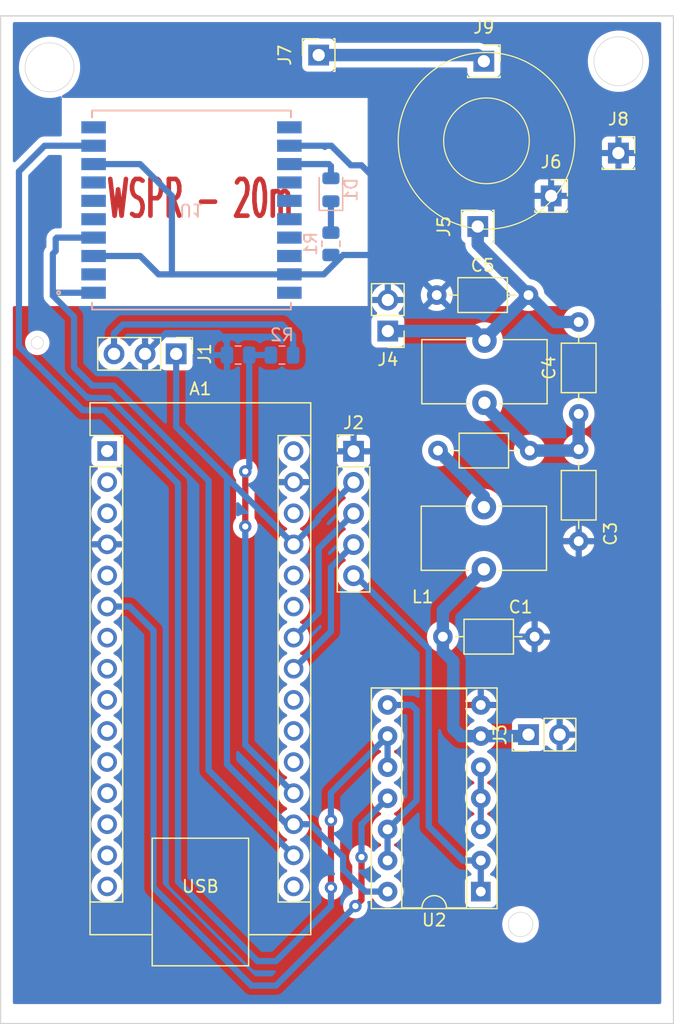
<source format=kicad_pcb>
(kicad_pcb (version 20240108) (generator "pcbnew") (generator_version "8.0")
  (layers (0 "F.Cu" signal) (31 "B.Cu" signal) (34 "B.Paste" user) (35 "F.Paste" user) (36 "B.SilkS" user "B.Silkscreen") (37 "F.SilkS" user "F.Silkscreen") (38 "B.Mask" user) (39 "F.Mask" user) (44 "Edge.Cuts" user))
  (net 0 "")
  (net 2 "GND")
  (net 5 "VCC")
  (net 11 "v3.3")
  (net 13 "SDA")
  (net 14 "GPS_tx")
  (net 20 "SCL")
  (net 23 "V_measure")
  (net 29 "Net-(D1-A)")
  (net 30 "Net-(D1-K)")
  (net 32 "Net-(U1-TX0)")
  (net 44 "Net-(J4-Pin_1)")
  (net 45 "CLK0")
  (net 46 "V_bat")
  (net 47 "Net-(U2-Pad3)")
  (net 48 "Net-(U2-Pad12)")
  (net 49 "Net-(J3-Pin_1)")
  (net 50 "Net-(C2-Pad1)")
  (net 51 "Net-(C2-Pad2)")
  (net 52 "Net-(J7-Pin_1)")
  (footprint "Connector_PinSocket_2.54mm:PinSocket_1x01_P2.54mm_Vertical" (layer "F.Cu") (at 82 46.5 90)
    (property "Reference" "J7" (at 0 -2.77 90) (layer "F.SilkS"))
    (property "Value" "ANT_OUT")
    (fp_line (start 1.33 -1.33) (end 1.33 0) (stroke (width 0.12)) (layer "F.SilkS"))
    (fp_line (start 0 -1.33) (end 1.33 -1.33) (stroke (width 0.12)) (layer "F.SilkS"))
    (fp_line (start 1.33 1.21) (end 1.33 1.33) (stroke (width 0.12)) (layer "F.SilkS"))
    (fp_line (start -1.33 1.21) (end -1.33 1.33) (stroke (width 0.12)) (layer "F.SilkS"))
    (fp_line (start -1.33 1.33) (end 1.33 1.33) (stroke (width 0.12)) (layer "F.SilkS"))
    (pad "1" thru_hole rect (at 0 0 90) (size 1.7 1.7) (drill 1) (layers "*.Cu" "*.Mask") (net 52 "Net-(J7-Pin_1)"))
  )
  (footprint "Inductor_THT:L_Toroid_Vertical_L10.0mm_W5.0mm_P5.08mm" (layer "F.Cu") (at 95.55 74.9 180)
    (property "Reference" "L2" (hide yes))
    (property "Value" "7T/T37-2")
    (fp_line (start 5.12 -0.08) (end 5.12 5.16) (stroke (width 0.12)) (layer "F.SilkS"))
    (fp_line (start 1.255 5.16) (end 5.12 5.16) (stroke (width 0.12)) (layer "F.SilkS"))
    (fp_line (start 1.255 -0.08) (end 5.12 -0.08) (stroke (width 0.12)) (layer "F.SilkS"))
    (fp_line (start -5.12 5.16) (end -1.255 5.16) (stroke (width 0.12)) (layer "F.SilkS"))
    (fp_line (start -5.12 -0.08) (end -1.255 -0.08) (stroke (width 0.12)) (layer "F.SilkS"))
    (fp_line (start -5.12 -0.08) (end -5.12 5.16) (stroke (width 0.12)) (layer "F.SilkS"))
    (pad "1" thru_hole circle (at 0 0 180) (size 2 2) (drill 1) (layers "*.Cu" "*.Mask") (net 51 "Net-(C2-Pad2)"))
    (pad "2" thru_hole circle (at 0 5.08 180) (size 2 2) (drill 1) (layers "*.Cu" "*.Mask") (net 44 "Net-(J4-Pin_1)"))
  )
  (footprint "Connector_PinSocket_2.54mm:PinSocket_1x01_P2.54mm_Vertical" (layer "F.Cu") (at 95 60.5 90)
    (property "Reference" "J5" (at 0 -2.77 90) (layer "F.SilkS"))
    (property "Value" "EFHW_PRI")
    (fp_line (start 1.33 -1.33) (end 1.33 0) (stroke (width 0.12)) (layer "F.SilkS"))
    (fp_line (start 0 -1.33) (end 1.33 -1.33) (stroke (width 0.12)) (layer "F.SilkS"))
    (fp_line (start 1.33 1.21) (end 1.33 1.33) (stroke (width 0.12)) (layer "F.SilkS"))
    (fp_line (start -1.33 1.21) (end -1.33 1.33) (stroke (width 0.12)) (layer "F.SilkS"))
    (fp_line (start -1.33 1.33) (end 1.33 1.33) (stroke (width 0.12)) (layer "F.SilkS"))
    (pad "1" thru_hole rect (at 0 0 90) (size 1.7 1.7) (drill 1) (layers "*.Cu" "*.Mask") (net 44 "Net-(J4-Pin_1)"))
  )
  (footprint "Capacitor_THT:C_Axial_L3.8mm_D2.6mm_P7.50mm_Horizontal" (layer "F.Cu") (at 103.25 75.8 90)
    (property "Reference" "C4" (at 3.75 -2.42 90) (layer "F.SilkS"))
    (property "Value" "150p")
    (fp_line (start 5.77 -1.42) (end 1.73 -1.42) (stroke (width 0.12)) (layer "F.SilkS"))
    (fp_line (start 1.73 -1.42) (end 1.73 1.42) (stroke (width 0.12)) (layer "F.SilkS"))
    (fp_line (start 6.46 0) (end 5.77 0) (stroke (width 0.12)) (layer "F.SilkS"))
    (fp_line (start 1.04 0) (end 1.73 0) (stroke (width 0.12)) (layer "F.SilkS"))
    (fp_line (start 5.77 1.42) (end 5.77 -1.42) (stroke (width 0.12)) (layer "F.SilkS"))
    (fp_line (start 1.73 1.42) (end 5.77 1.42) (stroke (width 0.12)) (layer "F.SilkS"))
    (pad "1" thru_hole circle (at 0 0 90) (size 1.6 1.6) (drill 0.8) (layers "*.Cu" "*.Mask") (net 51 "Net-(C2-Pad2)"))
    (pad "2" thru_hole oval (at 7.5 0 90) (size 1.6 1.6) (drill 0.8) (layers "*.Cu" "*.Mask") (net 44 "Net-(J4-Pin_1)"))
  )
  (footprint "Connector_PinHeader_2.54mm:PinHeader_1x02_P2.54mm_Vertical" (layer "F.Cu") (at 87.65 69.04 180)
    (property "Reference" "J4" (at 0 -2.33 0) (layer "F.SilkS"))
    (property "Value" "LPF_output")
    (fp_line (start 1.33 1.27) (end 1.33 3.87) (stroke (width 0.12)) (layer "F.SilkS"))
    (fp_line (start -1.33 3.87) (end 1.33 3.87) (stroke (width 0.12)) (layer "F.SilkS"))
    (fp_line (start -1.33 1.27) (end 1.33 1.27) (stroke (width 0.12)) (layer "F.SilkS"))
    (fp_line (start -1.33 1.27) (end -1.33 3.87) (stroke (width 0.12)) (layer "F.SilkS"))
    (fp_line (start -1.33 0) (end -1.33 -1.33) (stroke (width 0.12)) (layer "F.SilkS"))
    (fp_line (start -1.33 -1.33) (end 0 -1.33) (stroke (width 0.12)) (layer "F.SilkS"))
    (pad "1" thru_hole rect (at 0 0 180) (size 1.7 1.7) (drill 1) (layers "*.Cu" "*.Mask") (net 44 "Net-(J4-Pin_1)"))
    (pad "2" thru_hole oval (at 0 2.54 180) (size 1.7 1.7) (drill 1) (layers "*.Cu" "*.Mask") (net 2 "GND"))
  )
  (footprint "Connector_PinSocket_2.54mm:PinSocket_1x01_P2.54mm_Vertical" (layer "F.Cu") (at 106.5 54.5)
    (property "Reference" "J8" (at 0 -2.77 0) (layer "F.SilkS"))
    (property "Value" "ANT_GND")
    (fp_line (start -1.33 1.21) (end -1.33 1.33) (stroke (width 0.12)) (layer "F.SilkS"))
    (fp_line (start -1.33 1.33) (end 1.33 1.33) (stroke (width 0.12)) (layer "F.SilkS"))
    (fp_line (start 0 -1.33) (end 1.33 -1.33) (stroke (width 0.12)) (layer "F.SilkS"))
    (fp_line (start 1.33 -1.33) (end 1.33 0) (stroke (width 0.12)) (layer "F.SilkS"))
    (fp_line (start 1.33 1.21) (end 1.33 1.33) (stroke (width 0.12)) (layer "F.SilkS"))
    (pad "1" thru_hole rect (at 0 0) (size 1.7 1.7) (drill 1) (layers "*.Cu" "*.Mask") (net 2 "GND"))
  )
  (footprint "Connector_PinHeader_2.54mm:PinHeader_1x05_P2.54mm_Vertical" (layer "F.Cu") (at 84.85 78.86)
    (property "Reference" "J2" (at 0 -2.33 0) (layer "F.SilkS"))
    (property "Value" "Si5351")
    (fp_line (start -1.33 -1.33) (end 0 -1.33) (stroke (width 0.12)) (layer "F.SilkS"))
    (fp_line (start -1.33 0) (end -1.33 -1.33) (stroke (width 0.12)) (layer "F.SilkS"))
    (fp_line (start -1.33 1.27) (end -1.33 11.49) (stroke (width 0.12)) (layer "F.SilkS"))
    (fp_line (start -1.33 1.27) (end 1.33 1.27) (stroke (width 0.12)) (layer "F.SilkS"))
    (fp_line (start -1.33 11.49) (end 1.33 11.49) (stroke (width 0.12)) (layer "F.SilkS"))
    (fp_line (start 1.33 1.27) (end 1.33 11.49) (stroke (width 0.12)) (layer "F.SilkS"))
    (pad "1" thru_hole rect (at 0 0) (size 1.7 1.7) (drill 1) (layers "*.Cu" "*.Mask") (net 2 "GND"))
    (pad "2" thru_hole oval (at 0 2.54) (size 1.7 1.7) (drill 1) (layers "*.Cu" "*.Mask") (net 5 "VCC"))
    (pad "3" thru_hole oval (at 0 5.08) (size 1.7 1.7) (drill 1) (layers "*.Cu" "*.Mask") (net 20 "SCL"))
    (pad "4" thru_hole oval (at 0 7.62) (size 1.7 1.7) (drill 1) (layers "*.Cu" "*.Mask") (net 13 "SDA"))
    (pad "5" thru_hole oval (at 0 10.16) (size 1.7 1.7) (drill 1) (layers "*.Cu" "*.Mask") (net 45 "CLK0"))
  )
  (footprint "Capacitor_THT:C_Axial_L3.8mm_D2.6mm_P7.50mm_Horizontal" (layer "F.Cu") (at 103.25 78.7 -90)
    (property "Reference" "C3" (at 6.9 -2.6 90) (layer "F.SilkS"))
    (property "Value" "470p")
    (fp_line (start 1.73 1.42) (end 5.77 1.42) (stroke (width 0.12)) (layer "F.SilkS"))
    (fp_line (start 5.77 1.42) (end 5.77 -1.42) (stroke (width 0.12)) (layer "F.SilkS"))
    (fp_line (start 1.04 0) (end 1.73 0) (stroke (width 0.12)) (layer "F.SilkS"))
    (fp_line (start 6.46 0) (end 5.77 0) (stroke (width 0.12)) (layer "F.SilkS"))
    (fp_line (start 1.73 -1.42) (end 1.73 1.42) (stroke (width 0.12)) (layer "F.SilkS"))
    (fp_line (start 5.77 -1.42) (end 1.73 -1.42) (stroke (width 0.12)) (layer "F.SilkS"))
    (pad "1" thru_hole circle (at 0 0 270) (size 1.6 1.6) (drill 0.8) (layers "*.Cu" "*.Mask") (net 51 "Net-(C2-Pad2)"))
    (pad "2" thru_hole oval (at 7.5 0 270) (size 1.6 1.6) (drill 0.8) (layers "*.Cu" "*.Mask") (net 2 "GND"))
  )
  (footprint "Capacitor_THT:C_Axial_L3.8mm_D2.6mm_P7.50mm_Horizontal" (layer "F.Cu") (at 91.75 78.8)
    (property "Reference" "C2" (hide yes))
    (property "Value" "470p")
    (fp_line (start 1.04 0) (end 1.73 0) (stroke (width 0.12)) (layer "F.SilkS"))
    (fp_line (start 1.73 -1.42) (end 1.73 1.42) (stroke (width 0.12)) (layer "F.SilkS"))
    (fp_line (start 1.73 1.42) (end 5.77 1.42) (stroke (width 0.12)) (layer "F.SilkS"))
    (fp_line (start 5.77 -1.42) (end 1.73 -1.42) (stroke (width 0.12)) (layer "F.SilkS"))
    (fp_line (start 5.77 1.42) (end 5.77 -1.42) (stroke (width 0.12)) (layer "F.SilkS"))
    (fp_line (start 6.46 0) (end 5.77 0) (stroke (width 0.12)) (layer "F.SilkS"))
    (pad "1" thru_hole circle (at 0 0) (size 1.6 1.6) (drill 0.8) (layers "*.Cu" "*.Mask") (net 50 "Net-(C2-Pad1)"))
    (pad "2" thru_hole oval (at 7.5 0) (size 1.6 1.6) (drill 0.8) (layers "*.Cu" "*.Mask") (net 51 "Net-(C2-Pad2)"))
  )
  (footprint "Connector_PinSocket_2.54mm:PinSocket_1x01_P2.54mm_Vertical" (layer "F.Cu") (at 95.5 47)
    (property "Reference" "J9" (at 0 -2.77 0) (layer "F.SilkS"))
    (property "Value" "EFHW_SEC")
    (fp_line (start -1.33 1.21) (end -1.33 1.33) (stroke (width 0.12)) (layer "F.SilkS"))
    (fp_line (start -1.33 1.33) (end 1.33 1.33) (stroke (width 0.12)) (layer "F.SilkS"))
    (fp_line (start 0 -1.33) (end 1.33 -1.33) (stroke (width 0.12)) (layer "F.SilkS"))
    (fp_line (start 1.33 -1.33) (end 1.33 0) (stroke (width 0.12)) (layer "F.SilkS"))
    (fp_line (start 1.33 1.21) (end 1.33 1.33) (stroke (width 0.12)) (layer "F.SilkS"))
    (pad "1" thru_hole rect (at 0 0) (size 1.7 1.7) (drill 1) (layers "*.Cu" "*.Mask") (net 52 "Net-(J7-Pin_1)"))
  )
  (footprint "Package_DIP:DIP-14_W7.62mm_Socket" (layer "F.Cu") (at 95.25 114.82 180)
    (property "Reference" "U2" (at 3.81 -2.33 0) (layer "F.SilkS"))
    (property "Value" "7400")
    (fp_line (start 8.95 16.63) (end 8.95 -1.39) (stroke (width 0.12)) (layer "F.SilkS"))
    (fp_line (start 8.95 -1.39) (end -1.33 -1.39) (stroke (width 0.12)) (layer "F.SilkS"))
    (fp_line (start 6.46 16.57) (end 6.46 -1.33) (stroke (width 0.12)) (layer "F.SilkS"))
    (fp_line (start 6.46 -1.33) (end 4.81 -1.33) (stroke (width 0.12)) (layer "F.SilkS"))
    (fp_line (start 2.81 -1.33) (end 1.16 -1.33) (stroke (width 0.12)) (layer "F.SilkS"))
    (fp_line (start 1.16 16.57) (end 6.46 16.57) (stroke (width 0.12)) (layer "F.SilkS"))
    (fp_line (start 1.16 -1.33) (end 1.16 16.57) (stroke (width 0.12)) (layer "F.SilkS"))
    (fp_line (start -1.33 16.63) (end 8.95 16.63) (stroke (width 0.12)) (layer "F.SilkS"))
    (fp_line (start -1.33 -1.39) (end -1.33 16.63) (stroke (width 0.12)) (layer "F.SilkS"))
    (fp_arc (start 4.81 -1.33) (mid 3.81 -0.33) (end 2.81 -1.33) (stroke (width 0.12)) (layer "F.SilkS"))
    (pad "1" thru_hole rect (at 0 0 180) (size 1.6 1.6) (drill 0.8) (layers "*.Cu" "*.Mask") (net 45 "CLK0"))
    (pad "2" thru_hole oval (at 0 2.54 180) (size 1.6 1.6) (drill 0.8) (layers "*.Cu" "*.Mask") (net 45 "CLK0"))
    (pad "3" thru_hole oval (at 0 5.08 180) (size 1.6 1.6) (drill 0.8) (layers "*.Cu" "*.Mask") (net 47 "Net-(U2-Pad3)"))
    (pad "4" thru_hole oval (at 0 7.62 180) (size 1.6 1.6) (drill 0.8) (layers "*.Cu" "*.Mask") (net 47 "Net-(U2-Pad3)"))
    (pad "5" thru_hole oval (at 0 10.16 180) (size 1.6 1.6) (drill 0.8) (layers "*.Cu" "*.Mask") (net 47 "Net-(U2-Pad3)"))
    (pad "6" thru_hole oval (at 0 12.7 180) (size 1.6 1.6) (drill 0.8) (layers "*.Cu" "*.Mask") (net 49 "Net-(J3-Pin_1)"))
    (pad "7" thru_hole oval (at 0 15.24 180) (size 1.6 1.6) (drill 0.8) (layers "*.Cu" "*.Mask") (net 2 "GND"))
    (pad "8" thru_hole oval (at 7.62 15.24 180) (size 1.6 1.6) (drill 0.8) (layers "*.Cu" "*.Mask") (net 48 "Net-(U2-Pad12)"))
    (pad "9" thru_hole oval (at 7.62 12.7 180) (size 1.6 1.6) (drill 0.8) (layers "*.Cu" "*.Mask") (net 32 "Net-(U1-TX0)"))
    (pad "10" thru_hole oval (at 7.62 10.16 180) (size 1.6 1.6) (drill 0.8) (layers "*.Cu" "*.Mask") (net 32 "Net-(U1-TX0)"))
    (pad "11" thru_hole oval (at 7.62 7.62 180) (size 1.6 1.6) (drill 0.8) (layers "*.Cu" "*.Mask") (net 14 "GPS_tx"))
    (pad "12" thru_hole oval (at 7.62 5.08 180) (size 1.6 1.6) (drill 0.8) (layers "*.Cu" "*.Mask") (net 48 "Net-(U2-Pad12)"))
    (pad "13" thru_hole oval (at 7.62 2.54 180) (size 1.6 1.6) (drill 0.8) (layers "*.Cu" "*.Mask") (net 48 "Net-(U2-Pad12)"))
    (pad "14" thru_hole oval (at 7.62 0 180) (size 1.6 1.6) (drill 0.8) (layers "*.Cu" "*.Mask") (net 5 "VCC"))
  )
  (footprint "Connector_PinSocket_2.54mm:PinSocket_1x01_P2.54mm_Vertical" (layer "F.Cu") (at 101 58)
    (property "Reference" "J6" (at 0 -2.77 0) (layer "F.SilkS"))
    (property "Value" "EFHW_GND")
    (fp_line (start -1.33 1.21) (end -1.33 1.33) (stroke (width 0.12)) (layer "F.SilkS"))
    (fp_line (start -1.33 1.33) (end 1.33 1.33) (stroke (width 0.12)) (layer "F.SilkS"))
    (fp_line (start 0 -1.33) (end 1.33 -1.33) (stroke (width 0.12)) (layer "F.SilkS"))
    (fp_line (start 1.33 -1.33) (end 1.33 0) (stroke (width 0.12)) (layer "F.SilkS"))
    (fp_line (start 1.33 1.21) (end 1.33 1.33) (stroke (width 0.12)) (layer "F.SilkS"))
    (pad "1" thru_hole rect (at 0 0) (size 1.7 1.7) (drill 1) (layers "*.Cu" "*.Mask") (net 2 "GND"))
  )
  (footprint "Connector_PinHeader_2.54mm:PinHeader_1x02_P2.54mm_Vertical" (layer "F.Cu") (at 99.15 102 90)
    (property "Reference" "J3" (at 0 -2.33 90) (layer "F.SilkS"))
    (property "Value" "LPF_input")
    (fp_line (start -1.33 -1.33) (end 0 -1.33) (stroke (width 0.12)) (layer "F.SilkS"))
    (fp_line (start -1.33 0) (end -1.33 -1.33) (stroke (width 0.12)) (layer "F.SilkS"))
    (fp_line (start 1.33 1.27) (end 1.33 3.87) (stroke (width 0.12)) (layer "F.SilkS"))
    (fp_line (start -1.33 1.27) (end 1.33 1.27) (stroke (width 0.12)) (layer "F.SilkS"))
    (fp_line (start -1.33 1.27) (end -1.33 3.87) (stroke (width 0.12)) (layer "F.SilkS"))
    (fp_line (start -1.33 3.87) (end 1.33 3.87) (stroke (width 0.12)) (layer "F.SilkS"))
    (pad "1" thru_hole rect (at 0 0 90) (size 1.7 1.7) (drill 1) (layers "*.Cu" "*.Mask") (net 49 "Net-(J3-Pin_1)"))
    (pad "2" thru_hole oval (at 0 2.54 90) (size 1.7 1.7) (drill 1) (layers "*.Cu" "*.Mask") (net 2 "GND"))
  )
  (footprint "Capacitor_THT:C_Axial_L3.8mm_D2.6mm_P7.50mm_Horizontal" (layer "F.Cu") (at 91.65 66.1)
    (property "Reference" "C5" (at 3.75 -2.42 0) (layer "F.SilkS"))
    (property "Value" "470p")
    (fp_line (start 1.04 0) (end 1.73 0) (stroke (width 0.12)) (layer "F.SilkS"))
    (fp_line (start 1.73 -1.42) (end 1.73 1.42) (stroke (width 0.12)) (layer "F.SilkS"))
    (fp_line (start 1.73 1.42) (end 5.77 1.42) (stroke (width 0.12)) (layer "F.SilkS"))
    (fp_line (start 5.77 -1.42) (end 1.73 -1.42) (stroke (width 0.12)) (layer "F.SilkS"))
    (fp_line (start 5.77 1.42) (end 5.77 -1.42) (stroke (width 0.12)) (layer "F.SilkS"))
    (fp_line (start 6.46 0) (end 5.77 0) (stroke (width 0.12)) (layer "F.SilkS"))
    (pad "1" thru_hole circle (at 0 0) (size 1.6 1.6) (drill 0.8) (layers "*.Cu" "*.Mask") (net 2 "GND"))
    (pad "2" thru_hole oval (at 7.5 0) (size 1.6 1.6) (drill 0.8) (layers "*.Cu" "*.Mask") (net 44 "Net-(J4-Pin_1)"))
  )
  (footprint "Capacitor_THT:C_Axial_L3.8mm_D2.6mm_P7.50mm_Horizontal" (layer "F.Cu") (at 92.15 94)
    (property "Reference" "C1" (at 6.35 -2.42 0) (layer "F.SilkS"))
    (property "Value" "68p")
    (fp_line (start 1.04 0) (end 1.73 0) (stroke (width 0.12)) (layer "F.SilkS"))
    (fp_line (start 1.73 -1.42) (end 1.73 1.42) (stroke (width 0.12)) (layer "F.SilkS"))
    (fp_line (start 1.73 1.42) (end 5.77 1.42) (stroke (width 0.12)) (layer "F.SilkS"))
    (fp_line (start 5.77 -1.42) (end 1.73 -1.42) (stroke (width 0.12)) (layer "F.SilkS"))
    (fp_line (start 5.77 1.42) (end 5.77 -1.42) (stroke (width 0.12)) (layer "F.SilkS"))
    (fp_line (start 6.46 0) (end 5.77 0) (stroke (width 0.12)) (layer "F.SilkS"))
    (pad "1" thru_hole circle (at 0 0) (size 1.6 1.6) (drill 0.8) (layers "*.Cu" "*.Mask") (net 49 "Net-(J3-Pin_1)"))
    (pad "2" thru_hole oval (at 7.5 0) (size 1.6 1.6) (drill 0.8) (layers "*.Cu" "*.Mask") (net 2 "GND"))
  )
  (footprint "Connector_PinHeader_2.54mm:PinHeader_1x03_P2.54mm_Vertical" (layer "F.Cu") (at 70.35 70.9 -90)
    (property "Reference" "J1" (at 0 -2.33 90) (layer "F.SilkS"))
    (property "Value" "DC in")
    (fp_line (start -1.33 6.41) (end 1.33 6.41) (stroke (width 0.12)) (layer "F.SilkS"))
    (fp_line (start -1.33 1.27) (end -1.33 6.41) (stroke (width 0.12)) (layer "F.SilkS"))
    (fp_line (start -1.33 1.27) (end 1.33 1.27) (stroke (width 0.12)) (layer "F.SilkS"))
    (fp_line (start 1.33 1.27) (end 1.33 6.41) (stroke (width 0.12)) (layer "F.SilkS"))
    (fp_line (start -1.33 0) (end -1.33 -1.33) (stroke (width 0.12)) (layer "F.SilkS"))
    (fp_line (start -1.33 -1.33) (end 0 -1.33) (stroke (width 0.12)) (layer "F.SilkS"))
    (pad "1" thru_hole rect (at 0 0 270) (size 1.7 1.7) (drill 1) (layers "*.Cu" "*.Mask") (net 5 "VCC"))
    (pad "2" thru_hole oval (at 0 2.54 270) (size 1.7 1.7) (drill 1) (layers "*.Cu" "*.Mask") (net 2 "GND"))
    (pad "3" thru_hole oval (at 0 5.08 270) (size 1.7 1.7) (drill 1) (layers "*.Cu" "*.Mask") (net 46 "V_bat"))
  )
  (footprint "Inductor_THT:L_Toroid_Vertical_L10.0mm_W5.0mm_P5.08mm" (layer "F.Cu") (at 95.5 88.5 180)
    (property "Reference" "L1" (at 5 -2.25 0) (layer "F.SilkS"))
    (property "Value" "10T/T37-2")
    (fp_line (start 5.12 -0.08) (end 5.12 5.16) (stroke (width 0.12)) (layer "F.SilkS"))
    (fp_line (start 1.255 5.16) (end 5.12 5.16) (stroke (width 0.12)) (layer "F.SilkS"))
    (fp_line (start 1.255 -0.08) (end 5.12 -0.08) (stroke (width 0.12)) (layer "F.SilkS"))
    (fp_line (start -5.12 5.16) (end -1.255 5.16) (stroke (width 0.12)) (layer "F.SilkS"))
    (fp_line (start -5.12 -0.08) (end -1.255 -0.08) (stroke (width 0.12)) (layer "F.SilkS"))
    (fp_line (start -5.12 -0.08) (end -5.12 5.16) (stroke (width 0.12)) (layer "F.SilkS"))
    (pad "1" thru_hole circle (at 0 0 180) (size 2 2) (drill 1) (layers "*.Cu" "*.Mask") (net 49 "Net-(J3-Pin_1)"))
    (pad "2" thru_hole circle (at 0 5.08 180) (size 2 2) (drill 1) (layers "*.Cu" "*.Mask") (net 50 "Net-(C2-Pad1)"))
  )
  (footprint "Module:Arduino_Nano" (layer "F.Cu") (at 64.71 78.84)
    (property "Reference" "A1" (at 7.62 -5.08 0) (layer "F.SilkS"))
    (property "Value" "Arduino_Nano_v3.x")
    (fp_line (start -1.4 -3.94) (end -1.4 -1.27) (stroke (width 0.12)) (layer "F.SilkS"))
    (fp_line (start -1.4 1.27) (end -1.4 39.5) (stroke (width 0.12)) (layer "F.SilkS"))
    (fp_line (start -1.4 39.5) (end 3.68 39.5) (stroke (width 0.12)) (layer "F.SilkS"))
    (fp_line (start 1.27 -1.27) (end -1.4 -1.27) (stroke (width 0.12)) (layer "F.SilkS"))
    (fp_line (start 1.27 1.27) (end -1.4 1.27) (stroke (width 0.12)) (layer "F.SilkS"))
    (fp_line (start 1.27 1.27) (end 1.27 -1.27) (stroke (width 0.12)) (layer "F.SilkS"))
    (fp_line (start 1.27 1.27) (end 1.27 36.83) (stroke (width 0.12)) (layer "F.SilkS"))
    (fp_line (start 1.27 36.83) (end -1.4 36.83) (stroke (width 0.12)) (layer "F.SilkS"))
    (fp_line (start 3.68 31.62) (end 11.56 31.62) (stroke (width 0.12)) (layer "F.SilkS"))
    (fp_line (start 3.68 42.04) (end 3.68 31.62) (stroke (width 0.12)) (layer "F.SilkS"))
    (fp_line (start 11.56 31.62) (end 11.56 42.04) (stroke (width 0.12)) (layer "F.SilkS"))
    (fp_line (start 11.56 42.04) (end 3.68 42.04) (stroke (width 0.12)) (layer "F.SilkS"))
    (fp_line (start 13.97 -1.27) (end 13.97 36.83) (stroke (width 0.12)) (layer "F.SilkS"))
    (fp_line (start 13.97 -1.27) (end 16.64 -1.27) (stroke (width 0.12)) (layer "F.SilkS"))
    (fp_line (start 13.97 36.83) (end 16.64 36.83) (stroke (width 0.12)) (layer "F.SilkS"))
    (fp_line (start 16.64 -3.94) (end -1.4 -3.94) (stroke (width 0.12)) (layer "F.SilkS"))
    (fp_line (start 16.64 39.5) (end 11.56 39.5) (stroke (width 0.12)) (layer "F.SilkS"))
    (fp_line (start 16.64 39.5) (end 16.64 -3.94) (stroke (width 0.12)) (layer "F.SilkS"))
    (fp_text user "USB" (at 7.62 35.56 0) (layer "F.SilkS"))
    (pad "1" thru_hole rect (at 0 0) (size 1.6 1.6) (drill 1) (layers "*.Cu" "*.Mask"))
    (pad "2" thru_hole oval (at 0 2.54) (size 1.6 1.6) (drill 1) (layers "*.Cu" "*.Mask"))
    (pad "3" thru_hole oval (at 0 5.08) (size 1.6 1.6) (drill 1) (layers "*.Cu" "*.Mask"))
    (pad "4" thru_hole oval (at 0 7.62) (size 1.6 1.6) (drill 1) (layers "*.Cu" "*.Mask") (net 2 "GND"))
    (pad "5" thru_hole oval (at 0 10.16) (size 1.6 1.6) (drill 1) (layers "*.Cu" "*.Mask"))
    (pad "6" thru_hole oval (at 0 12.7) (size 1.6 1.6) (drill 1) (layers "*.Cu" "*.Mask") (net 14 "GPS_tx"))
    (pad "7" thru_hole oval (at 0 15.24) (size 1.6 1.6) (drill 1) (layers "*.Cu" "*.Mask"))
    (pad "8" thru_hole oval (at 0 17.78) (size 1.6 1.6) (drill 1) (layers "*.Cu" "*.Mask"))
    (pad "9" thru_hole oval (at 0 20.32) (size 1.6 1.6) (drill 1) (layers "*.Cu" "*.Mask"))
    (pad "10" thru_hole oval (at 0 22.86) (size 1.6 1.6) (drill 1) (layers "*.Cu" "*.Mask"))
    (pad "11" thru_hole oval (at 0 25.4) (size 1.6 1.6) (drill 1) (layers "*.Cu" "*.Mask"))
    (pad "12" thru_hole oval (at 0 27.94) (size 1.6 1.6) (drill 1) (layers "*.Cu" "*.Mask"))
    (pad "13" thru_hole oval (at 0 30.48) (size 1.6 1.6) (drill 1) (layers "*.Cu" "*.Mask"))
    (pad "14" thru_hole oval (at 0 33.02) (size 1.6 1.6) (drill 1) (layers "*.Cu" "*.Mask"))
    (pad "15" thru_hole oval (at 0 35.56) (size 1.6 1.6) (drill 1) (layers "*.Cu" "*.Mask"))
    (pad "16" thru_hole oval (at 15.24 35.56) (size 1.6 1.6) (drill 1) (layers "*.Cu" "*.Mask"))
    (pad "17" thru_hole oval (at 15.24 33.02) (size 1.6 1.6) (drill 1) (layers "*.Cu" "*.Mask") (net 11 "v3.3"))
    (pad "18" thru_hole oval (at 15.24 30.48) (size 1.6 1.6) (drill 1) (layers "*.Cu" "*.Mask") (net 5 "VCC"))
    (pad "19" thru_hole oval (at 15.24 27.94) (size 1.6 1.6) (drill 1) (layers "*.Cu" "*.Mask") (net 23 "V_measure"))
    (pad "20" thru_hole oval (at 15.24 25.4) (size 1.6 1.6) (drill 1) (layers "*.Cu" "*.Mask"))
    (pad "21" thru_hole oval (at 15.24 22.86) (size 1.6 1.6) (drill 1) (layers "*.Cu" "*.Mask"))
    (pad "22" thru_hole oval (at 15.24 20.32) (size 1.6 1.6) (drill 1) (layers "*.Cu" "*.Mask"))
    (pad "23" thru_hole oval (at 15.24 17.78) (size 1.6 1.6) (drill 1) (layers "*.Cu" "*.Mask") (net 13 "SDA"))
    (pad "24" thru_hole oval (at 15.24 15.24) (size 1.6 1.6) (drill 1) (layers "*.Cu" "*.Mask") (net 20 "SCL"))
    (pad "25" thru_hole oval (at 15.24 12.7) (size 1.6 1.6) (drill 1) (layers "*.Cu" "*.Mask"))
    (pad "26" thru_hole oval (at 15.24 10.16) (size 1.6 1.6) (drill 1) (layers "*.Cu" "*.Mask"))
    (pad "27" thru_hole oval (at 15.24 7.62) (size 1.6 1.6) (drill 1) (layers "*.Cu" "*.Mask") (net 5 "VCC"))
    (pad "28" thru_hole oval (at 15.24 5.08) (size 1.6 1.6) (drill 1) (layers "*.Cu" "*.Mask"))
    (pad "29" thru_hole oval (at 15.24 2.54) (size 1.6 1.6) (drill 1) (layers "*.Cu" "*.Mask") (net 2 "GND"))
    (pad "30" thru_hole oval (at 15.24 0) (size 1.6 1.6) (drill 1) (layers "*.Cu" "*.Mask"))
  )
  (footprint "gps-wspr:CD-PA1616D_ADA" (layer "B.Cu") (at 71.601 59.15513)
    (property "Reference" "U1" (at 0 0 180) (layer "B.SilkS") (effects (justify mirror)))
    (property "Value" "5186")
    (fp_line (start -8.128 -8.128) (end -8.128 -7.58317) (stroke (width 0.1524)) (layer "B.SilkS"))
    (fp_line (start -8.128 7.58317) (end -8.128 8.128) (stroke (width 0.1524)) (layer "B.SilkS"))
    (fp_line (start -8.128 8.128) (end 8.128 8.128) (stroke (width 0.1524)) (layer "B.SilkS"))
    (fp_line (start 8.128 -8.128) (end -8.128 -8.128) (stroke (width 0.1524)) (layer "B.SilkS"))
    (fp_line (start 8.128 -7.58317) (end 8.128 -8.128) (stroke (width 0.1524)) (layer "B.SilkS"))
    (fp_line (start 8.128 8.128) (end 8.128 7.58317) (stroke (width 0.1524)) (layer "B.SilkS"))
    (fp_circle (center -10.85977 6.75513) (end -10.73277 6.75513) (stroke (width 0.1524)) (fill none) (layer "B.SilkS"))
    (pad "1" smd rect (at -8.001 6.75513) (size 2.0066 0.9906) (layers "B.Cu" "B.Paste" "B.Mask") (net 11 "v3.3"))
    (pad "2" smd rect (at -8.001 5.25399) (size 2.0066 0.9906) (layers "B.Cu" "B.Paste" "B.Mask"))
    (pad "3" smd rect (at -8.001 3.75285) (size 2.0066 0.9906) (layers "B.Cu" "B.Paste" "B.Mask") (net 2 "GND"))
    (pad "4" smd rect (at -8.001 2.25171) (size 2.0066 0.9906) (layers "B.Cu" "B.Paste" "B.Mask") (net 11 "v3.3"))
    (pad "5" smd rect (at -8.001 0.75057) (size 2.0066 0.9906) (layers "B.Cu" "B.Paste" "B.Mask"))
    (pad "6" smd rect (at -8.001 -0.75057) (size 2.0066 0.9906) (layers "B.Cu" "B.Paste" "B.Mask"))
    (pad "7" smd rect (at -8.001 -2.25171) (size 2.0066 0.9906) (layers "B.Cu" "B.Paste" "B.Mask"))
    (pad "8" smd rect (at -8.001 -3.75285) (size 2.0066 0.9906) (layers "B.Cu" "B.Paste" "B.Mask") (net 2 "GND"))
    (pad "9" smd rect (at -8.001 -5.25399) (size 2.0066 0.9906) (layers "B.Cu" "B.Paste" "B.Mask") (net 32 "Net-(U1-TX0)"))
    (pad "10" smd rect (at -8.001 -6.75513) (size 2.0066 0.9906) (layers "B.Cu" "B.Paste" "B.Mask"))
    (pad "11" smd rect (at 8.001 -6.75513) (size 2.0066 0.9906) (layers "B.Cu" "B.Paste" "B.Mask"))
    (pad "12" smd rect (at 8.001 -5.25399) (size 2.0066 0.9906) (layers "B.Cu" "B.Paste" "B.Mask") (net 2 "GND"))
    (pad "13" smd rect (at 8.001 -3.75285) (size 2.0066 0.9906) (layers "B.Cu" "B.Paste" "B.Mask") (net 29 "Net-(D1-A)"))
    (pad "14" smd rect (at 8.001 -2.25171) (size 2.0066 0.9906) (layers "B.Cu" "B.Paste" "B.Mask"))
    (pad "15" smd rect (at 8.001 -0.75057) (size 2.0066 0.9906) (layers "B.Cu" "B.Paste" "B.Mask"))
    (pad "16" smd rect (at 8.001 0.75057) (size 2.0066 0.9906) (layers "B.Cu" "B.Paste" "B.Mask"))
    (pad "17" smd rect (at 8.001 2.25171) (size 2.0066 0.9906) (layers "B.Cu" "B.Paste" "B.Mask"))
    (pad "18" smd rect (at 8.001 3.75285) (size 2.0066 0.9906) (layers "B.Cu" "B.Paste" "B.Mask"))
    (pad "19" smd rect (at 8.001 5.25399) (size 2.0066 0.9906) (layers "B.Cu" "B.Paste" "B.Mask") (net 2 "GND"))
    (pad "20" smd rect (at 8.001 6.75513) (size 2.0066 0.9906) (layers "B.Cu" "B.Paste" "B.Mask"))
  )
  (footprint "Resistor_SMD:R_0805_2012Metric" (layer "B.Cu") (at 83 61.9125 -90)
    (property "Reference" "R1" (at 0 1.65 90) (layer "B.SilkS") (effects (justify mirror)))
    (property "Value" "R")
    (fp_line (start 0.227064 0.735) (end -0.227064 0.735) (stroke (width 0.12)) (layer "B.SilkS"))
    (fp_line (start 0.227064 -0.735) (end -0.227064 -0.735) (stroke (width 0.12)) (layer "B.SilkS"))
    (pad "1" smd roundrect (at -0.9125 0 270) (size 1.025 1.4) (layers "B.Cu" "B.Paste" "B.Mask") (roundrect_rratio 0.243902) (net 30 "Net-(D1-K)"))
    (pad "2" smd roundrect (at 0.9125 0 270) (size 1.025 1.4) (layers "B.Cu" "B.Paste" "B.Mask") (roundrect_rratio 0.243902) (net 2 "GND"))
  )
  (footprint "LED_SMD:LED_0805_2012Metric" (layer "B.Cu") (at 83 57.5 90)
    (property "Reference" "D1" (at 0 1.65 90) (layer "B.SilkS") (effects (justify mirror)))
    (property "Value" "LED")
    (fp_line (start 1 -0.96) (end -1.685 -0.96) (stroke (width 0.12)) (layer "B.SilkS"))
    (fp_line (start -1.685 -0.96) (end -1.685 0.96) (stroke (width 0.12)) (layer "B.SilkS"))
    (fp_line (start -1.685 0.96) (end 1 0.96) (stroke (width 0.12)) (layer "B.SilkS"))
    (pad "1" smd roundrect (at -0.9375 0 90) (size 0.975 1.4) (layers "B.Cu" "B.Paste" "B.Mask") (net 30 "Net-(D1-K)"))
    (pad "2" smd roundrect (at 0.9375 0 90) (size 0.975 1.4) (layers "B.Cu" "B.Paste" "B.Mask") (net 29 "Net-(D1-A)"))
  )
  (footprint "Resistor_SMD:R_0805_2012Metric" (layer "B.Cu") (at 79 71 180)
    (property "Reference" "R2" (at 0 1.65 0) (layer "B.SilkS") (effects (justify mirror)))
    (property "Value" "100M")
    (fp_line (start 0.227064 0.735) (end -0.227064 0.735) (stroke (width 0.12)) (layer "B.SilkS"))
    (fp_line (start 0.227064 -0.735) (end -0.227064 -0.735) (stroke (width 0.12)) (layer "B.SilkS"))
    (pad "1" smd roundrect (at -0.9125 0 180) (size 1.025 1.4) (layers "B.Cu" "B.Paste" "B.Mask") (roundrect_rratio 0.243902) (net 46 "V_bat"))
    (pad "2" smd roundrect (at 0.9125 0 180) (size 1.025 1.4) (layers "B.Cu" "B.Paste" "B.Mask") (roundrect_rratio 0.243902) (net 23 "V_measure"))
  )
  (footprint "Resistor_SMD:R_0805_2012Metric" (layer "B.Cu") (at 75.4125 71 180)
    (property "Reference" "R3" (hide yes))
    (property "Value" "100M")
    (fp_line (start 0.227064 0.735) (end -0.227064 0.735) (stroke (width 0.12)) (layer "B.SilkS"))
    (fp_line (start 0.227064 -0.735) (end -0.227064 -0.735) (stroke (width 0.12)) (layer "B.SilkS"))
    (pad "1" smd roundrect (at -0.9125 0 180) (size 1.025 1.4) (layers "B.Cu" "B.Paste" "B.Mask") (roundrect_rratio 0.243902) (net 23 "V_measure"))
    (pad "2" smd roundrect (at 0.9125 0 180) (size 1.025 1.4) (layers "B.Cu" "B.Paste" "B.Mask") (roundrect_rratio 0.243902) (net 2 "GND"))
  )
  (gr_circle (center 95.713875 53.5) (end 99.213875 53.5) (stroke (width 0.1)) (fill none) (layer "F.SilkS"))
  (gr_circle (center 95.713875 53.5) (end 90.513875 58.5) (stroke (width 0.1)) (fill none) (layer "F.SilkS"))
  (gr_circle (center 98.5 117.5) (end 99.5 117.5) (stroke (width 0.05)) (fill none) (layer "Edge.Cuts"))
  (gr_circle (center 60 47.5) (end 62 47.5) (stroke (width 0.05)) (fill none) (layer "Edge.Cuts"))
  (gr_circle (center 106.5 47) (end 108.5 47) (stroke (width 0.05)) (fill none) (layer "Edge.Cuts"))
  (gr_rect (start 56 43.3) (end 111 125.6) (stroke (width 0.1)) (fill none) (layer "Edge.Cuts"))
  (gr_circle (center 59 70) (end 59.5 70) (stroke (width 0.05)) (fill none) (layer "Edge.Cuts"))
  (gr_text "WSPR - 20m" (at 64.5 60 0) (layer "F.Cu") (effects (font (size 3 1.5) (thickness 0.375) (bold yes)) (justify left bottom)))
  (segment (start 74.5 69.916) (end 74.5 71) (width 0.508) (layer "B.Cu") (net 2))
  (segment (start 84 62.825) (end 86.825 62.825) (width 0.508) (layer "B.Cu") (net 2))
  (segment (start 86.825 62.825) (end 87.65 63.65) (width 0.508) (layer "B.Cu") (net 2))
  (segment (start 67.81 70.9) (end 69.502 69.208) (width 0.508) (layer "B.Cu") (net 2))
  (segment (start 85.5 55.5) (end 87.65 57.65) (width 0.508) (layer "B.Cu") (net 2))
  (segment (start 70 58) (end 70 64.40912) (width 0.508) (layer "B.Cu") (net 2))
  (segment (start 70 64.40912) (end 79.602 64.40912) (width 0.508) (layer "B.Cu") (net 2))
  (segment (start 82.40114 53.90114) (end 82.5 54) (width 0.508) (layer "B.Cu") (net 2))
  (segment (start 73.792 69.208) (end 74.5 69.916) (width 0.508) (layer "B.Cu") (net 2))
  (segment (start 87.65 63.65) (end 87.65 66.5) (width 0.508) (layer "B.Cu") (net 2))
  (segment (start 67.40228 55.40228) (end 70 58) (width 0.508) (layer "B.Cu") (net 2))
  (segment (start 69.502 69.208) (end 73.792 69.208) (width 0.508) (layer "B.Cu") (net 2))
  (segment (start 68.90912 64.40912) (end 70 64.40912) (width 0.508) (layer "B.Cu") (net 2))
  (segment (start 79.602 64.40912) (end 82.41588 64.40912) (width 0.508) (layer "B.Cu") (net 2))
  (segment (start 82.41588 64.40912) (end 84 62.825) (width 0.508) (layer "B.Cu") (net 2))
  (segment (start 67.40798 62.90798) (end 68.90912 64.40912) (width 0.508) (layer "B.Cu") (net 2))
  (segment (start 83.032162 53.90114) (end 84.631022 55.5) (width 0.508) (layer "B.Cu") (net 2))
  (segment (start 63.6 55.40228) (end 67.40228 55.40228) (width 0.508) (layer "B.Cu") (net 2))
  (segment (start 84.631022 55.5) (end 85.5 55.5) (width 0.508) (layer "B.Cu") (net 2))
  (segment (start 63.6 62.90798) (end 67.40798 62.90798) (width 0.508) (layer "B.Cu") (net 2))
  (segment (start 82.40114 53.90114) (end 83.032162 53.90114) (width 0.508) (layer "B.Cu") (net 2))
  (segment (start 79.602 53.90114) (end 82.40114 53.90114) (width 0.508) (layer "B.Cu") (net 2))
  (segment (start 87.65 57.65) (end 87.65 63.65) (width 0.508) (layer "B.Cu") (net 2))
  (segment (start 84 113) (end 85.82 114.82) (width 0.508) (layer "B.Cu") (net 5))
  (segment (start 79.95 109.32) (end 79.385 109.32) (width 0.508) (layer "B.Cu") (net 5))
  (segment (start 74.5 81.01) (end 74.5 84) (width 0.508) (layer "B.Cu") (net 5))
  (segment (start 75.495 82.005) (end 79.95 86.46) (width 0.508) (layer "B.Cu") (net 5))
  (segment (start 70.35 70.9) (end 70.35 76.86) (width 0.508) (layer "B.Cu") (net 5))
  (segment (start 81.955 84.455) (end 79.95 86.46) (width 0.508) (layer "B.Cu") (net 5))
  (segment (start 79.95 109.32) (end 81.32 109.32) (width 0.508) (layer "B.Cu") (net 5))
  (segment (start 84 112) (end 84 113) (width 0.508) (layer "B.Cu") (net 5))
  (segment (start 81.955 84.295) (end 84.85 81.4) (width 0.508) (layer "B.Cu") (net 5))
  (segment (start 85.82 114.82) (end 87.63 114.82) (width 0.508) (layer "B.Cu") (net 5))
  (segment (start 72.995 79.505) (end 75.495 82.005) (width 0.508) (layer "B.Cu") (net 5))
  (segment (start 70.35 76.86) (end 72.995 79.505) (width 0.508) (layer "B.Cu") (net 5))
  (segment (start 81.32 109.32) (end 84 112) (width 0.508) (layer "B.Cu") (net 5))
  (segment (start 72.995 79.505) (end 74.5 81.01) (width 0.508) (layer "B.Cu") (net 5))
  (segment (start 81.955 84.455) (end 81.955 84.295) (width 0.508) (layer "B.Cu") (net 5))
  (segment (start 74.5 104.435) (end 74.5 84) (width 0.508) (layer "B.Cu") (net 5))
  (segment (start 74.5 84) (end 74.5 83) (width 0.508) (layer "B.Cu") (net 5))
  (segment (start 79.385 109.32) (end 74.5 104.435) (width 0.508) (layer "B.Cu") (net 5))
  (segment (start 73 104.91) (end 73 81.255632) (width 0.508) (layer "B.Cu") (net 11))
  (segment (start 60.5 65.91026) (end 63.6 65.91026) (width 0.508) (layer "B.Cu") (net 11))
  (segment (start 60.269049 66.141211) (end 60.5 65.91026) (width 0.508) (layer "B.Cu") (net 11))
  (segment (start 79.95 111.86) (end 73 104.91) (width 0.508) (layer "B.Cu") (net 11))
  (segment (start 60.5 61.5) (end 60.5 62.5) (width 0.508) (layer "B.Cu") (net 11))
  (segment (start 63.6 61.40684) (end 60.59316 61.40684) (width 0.508) (layer "B.Cu") (net 11))
  (segment (start 60.5 62.5) (end 60.269049 62.730951) (width 0.508) (layer "B.Cu") (net 11))
  (segment (start 62 67.872162) (end 60.269049 66.141211) (width 0.508) (layer "B.Cu") (net 11))
  (segment (start 73 81.255632) (end 65.244368 73.5) (width 0.508) (layer "B.Cu") (net 11))
  (segment (start 65.244368 73.5) (end 63.5 73.5) (width 0.508) (layer "B.Cu") (net 11))
  (segment (start 62 72) (end 62 67.872162) (width 0.508) (layer "B.Cu") (net 11))
  (segment (start 63.5 73.5) (end 62 72) (width 0.508) (layer "B.Cu") (net 11))
  (segment (start 60.269049 62.730951) (end 60.269049 66.141211) (width 0.508) (layer "B.Cu") (net 11))
  (segment (start 60.59316 61.40684) (end 60.5 61.5) (width 0.508) (layer "B.Cu") (net 11))
  (segment (start 83 93.57) (end 79.95 96.62) (width 0.508) (layer "B.Cu") (net 13))
  (segment (start 83 88.33) (end 83 93.57) (width 0.508) (layer "B.Cu") (net 13))
  (segment (start 84.85 86.48) (end 83 88.33) (width 0.508) (layer "B.Cu") (net 13))
  (segment (start 85.5 115.5) (end 85 116) (width 0.508) (layer "F.Cu") (net 14))
  (segment (start 85.5 112) (end 85.5 115.5) (width 0.508) (layer "F.Cu") (net 14))
  (via (at 85 116) (size 1.016) (drill 0.508) (layers "F.Cu" "B.Cu") (net 14))
  (via (at 85.5 112) (size 1.016) (drill 0.508) (layers "F.Cu" "B.Cu") (net 14))
  (segment (start 78.5 122.5) (end 85 116) (width 0.508) (layer "B.Cu") (net 14))
  (segment (start 76.5 122.5) (end 78.5 122.5) (width 0.508) (layer "B.Cu") (net 14))
  (segment (start 66.54 91.54) (end 68.5 93.5) (width 0.508) (layer "B.Cu") (net 14))
  (segment (start 68.5 93.5) (end 68.5 114.5) (width 0.508) (layer "B.Cu") (net 14))
  (segment (start 85.5 109.33) (end 87.63 107.2) (width 0.508) (layer "B.Cu") (net 14))
  (segment (start 64.71 91.54) (end 66.54 91.54) (width 0.508) (layer "B.Cu") (net 14))
  (segment (start 85.5 112) (end 85.5 109.33) (width 0.508) (layer "B.Cu") (net 14))
  (segment (start 68.5 114.5) (end 76.5 122.5) (width 0.508) (layer "B.Cu") (net 14))
  (segment (start 79.95 94.08) (end 82 92.03) (width 0.508) (layer "B.Cu") (net 20))
  (segment (start 82 86.79) (end 84.85 83.94) (width 0.508) (layer "B.Cu") (net 20))
  (segment (start 82 92.03) (end 82 86.79) (width 0.508) (layer "B.Cu") (net 20))
  (segment (start 76 85) (end 76 80.5) (width 0.508) (layer "F.Cu") (net 23))
  (via (at 76 80.5) (size 1.016) (drill 0.508) (layers "F.Cu" "B.Cu") (net 23))
  (via (at 76 85) (size 1.016) (drill 0.508) (layers "F.Cu" "B.Cu") (net 23))
  (segment (start 76.325 71) (end 78.0875 71) (width 0.508) (layer "B.Cu") (net 23))
  (segment (start 76.325 71) (end 76.325 80.175) (width 0.508) (layer "B.Cu") (net 23))
  (segment (start 76 102.83) (end 76 85) (width 0.508) (layer "B.Cu") (net 23))
  (segment (start 76.325 80.175) (end 76 80.5) (width 0.508) (layer "B.Cu") (net 23))
  (segment (start 79.95 106.78) (end 76 102.83) (width 0.508) (layer "B.Cu") (net 23))
  (segment (start 82.5 55.40228) (end 82.59772 55.40228) (width 0.508) (layer "B.Cu") (net 29))
  (segment (start 82.83978 55.40228) (end 83 55.5625) (width 0.508) (layer "B.Cu") (net 29))
  (segment (start 82.83978 55.40228) (end 82.5 55.40228) (width 0.508) (layer "B.Cu") (net 29))
  (segment (start 83 55.5625) (end 83 56.5625) (width 0.508) (layer "B.Cu") (net 29))
  (segment (start 79.602 55.40228) (end 82.5 55.40228) (width 0.508) (layer "B.Cu") (net 29))
  (segment (start 83 58.4375) (end 83 61) (width 0.508) (layer "B.Cu") (net 30))
  (segment (start 83 109) (end 83 114.5) (width 0.508) (layer "F.Cu") (net 32))
  (via (at 83 109) (size 1.016) (drill 0.508) (layers "F.Cu" "B.Cu") (net 32))
  (via (at 83 114.5) (size 1.016) (drill 0.508) (layers "F.Cu" "B.Cu") (net 32))
  (segment (start 61.854703 74.645297) (end 57.5 70.290595) (width 0.508) (layer "B.Cu") (net 32))
  (segment (start 57.5 70.290595) (end 57.5 56) (width 0.508) (layer "B.Cu") (net 32))
  (segment (start 61.854703 74.645297) (end 62.709406 75.5) (width 0.508) (layer "B.Cu") (net 32))
  (segment (start 59.59886 53.90114) (end 63.6 53.90114) (width 0.508) (layer "B.Cu") (net 32))
  (segment (start 64.5 75.5) (end 70.5 81.5) (width 0.508) (layer "B.Cu") (net 32))
  (segment (start 77 120.5) (end 78.5 120.5) (width 0.508) (layer "B.Cu") (net 32))
  (segment (start 78.5 120.5) (end 83 116) (width 0.508) (layer "B.Cu") (net 32))
  (segment (start 83 106.75) (end 87.63 102.12) (width 0.508) (layer "B.Cu") (net 32))
  (segment (start 83 116) (end 83 114.5) (width 0.508) (layer "B.Cu") (net 32))
  (segment (start 70.5 81.5) (end 70.5 114) (width 0.508) (layer "B.Cu") (net 32))
  (segment (start 70.5 114) (end 77 120.5) (width 0.508) (layer "B.Cu") (net 32))
  (segment (start 62.709406 75.5) (end 64.5 75.5) (width 0.508) (layer "B.Cu") (net 32))
  (segment (start 62.209405 75) (end 61.854703 74.645297) (width 0.508) (layer "B.Cu") (net 32))
  (segment (start 57.5 56) (end 59.59886 53.90114) (width 0.508) (layer "B.Cu") (net 32))
  (segment (start 87.63 104.66) (end 87.63 102.12) (width 0.508) (layer "B.Cu") (net 32))
  (segment (start 83 109) (end 83 106.75) (width 0.508) (layer "B.Cu") (net 32))
  (segment (start 95 61.95) (end 95 60.5) (width 1.016) (layer "B.Cu") (net 44))
  (segment (start 87.65 69.04) (end 94.77 69.04) (width 1.016) (layer "B.Cu") (net 44))
  (segment (start 95.55 69.7) (end 99.15 66.1) (width 1.016) (layer "B.Cu") (net 44))
  (segment (start 95.55 61.05) (end 95 60.5) (width 0.508) (layer "B.Cu") (net 44))
  (segment (start 95.55 69.82) (end 95.55 69.7) (width 1.016) (layer "B.Cu") (net 44))
  (segment (start 99.775 66.725) (end 95 61.95) (width 1.016) (layer "B.Cu") (net 44))
  (segment (start 94.77 69.04) (end 95.55 69.82) (width 1.016) (layer "B.Cu") (net 44))
  (segment (start 99.775 66.725) (end 99.15 66.1) (width 1.016) (layer "B.Cu") (net 44))
  (segment (start 99.15 66.22) (end 99.15 66.1) (width 0.508) (layer "B.Cu") (net 44))
  (segment (start 103.25 68.3) (end 101.35 68.3) (width 1.016) (layer "B.Cu") (net 44))
  (segment (start 101.35 68.3) (end 99.775 66.725) (width 1.016) (layer "B.Cu") (net 44))
  (segment (start 93.78 112.28) (end 95.25 112.28) (width 0.508) (layer "B.Cu") (net 45))
  (segment (start 85.02 89.02) (end 91 95) (width 0.508) (layer "B.Cu") (net 45))
  (segment (start 84.85 89.02) (end 85.02 89.02) (width 0.508) (layer "B.Cu") (net 45))
  (segment (start 95.25 114.82) (end 95.25 112.28) (width 0.508) (layer "B.Cu") (net 45))
  (segment (start 91 95) (end 91 109.5) (width 0.508) (layer "B.Cu") (net 45))
  (segment (start 91 109.5) (end 93.78 112.28) (width 0.508) (layer "B.Cu") (net 45))
  (segment (start 65.27 69.23) (end 65.27 70.9) (width 0.508) (layer "B.Cu") (net 46))
  (segment (start 66 68.5) (end 65.27 69.23) (width 0.508) (layer "B.Cu") (net 46))
  (segment (start 79.9125 69.4125) (end 79 68.5) (width 0.508) (layer "B.Cu") (net 46))
  (segment (start 79 68.5) (end 66 68.5) (width 0.508) (layer "B.Cu") (net 46))
  (segment (start 79.9125 71) (end 79.9125 69.4125) (width 0.508) (layer "B.Cu") (net 46))
  (segment (start 95.25 109.74) (end 95.25 104.66) (width 0.508) (layer "B.Cu") (net 47))
  (segment (start 90 107.37) (end 90 100) (width 0.508) (layer "B.Cu") (net 48))
  (segment (start 87.63 109.74) (end 90 107.37) (width 0.508) (layer "B.Cu") (net 48))
  (segment (start 87.63 109.74) (end 87.63 112.28) (width 0.508) (layer "B.Cu") (net 48))
  (segment (start 89.58 99.58) (end 87.63 99.58) (width 0.508) (layer "B.Cu") (net 48))
  (segment (start 90 100) (end 89.58 99.58) (width 0.508) (layer "B.Cu") (net 48))
  (segment (start 93.62 102.12) (end 93 101.5) (width 1.016) (layer "B.Cu") (net 49))
  (segment (start 93 96) (end 92.15 95.15) (width 1.016) (layer "B.Cu") (net 49))
  (segment (start 92.15 95.15) (end 92.15 94) (width 1.016) (layer "B.Cu") (net 49))
  (segment (start 95.25 102.12) (end 93.62 102.12) (width 1.016) (layer "B.Cu") (net 49))
  (segment (start 93 101.5) (end 93 96) (width 1.016) (layer "B.Cu") (net 49))
  (segment (start 95.25 102.12) (end 99.03 102.12) (width 1.016) (layer "B.Cu") (net 49))
  (segment (start 99.03 102.12) (end 99.15 102) (width 1.016) (layer "B.Cu") (net 49))
  (segment (start 92.15 94) (end 92.15 91.85) (width 1.016) (layer "B.Cu") (net 49))
  (segment (start 92.15 91.85) (end 95.5 88.5) (width 1.016) (layer "B.Cu") (net 49))
  (segment (start 95.5 82.55) (end 91.75 78.8) (width 1.016) (layer "B.Cu") (net 50))
  (segment (start 95.5 83.42) (end 95.5 82.55) (width 1.016) (layer "B.Cu") (net 50))
  (segment (start 99.25 78.8) (end 103.15 78.8) (width 1.016) (layer "B.Cu") (net 51))
  (segment (start 95.55 74.9) (end 95.55 75.1) (width 1.016) (layer "B.Cu") (net 51))
  (segment (start 95.55 75.1) (end 99.25 78.8) (width 1.016) (layer "B.Cu") (net 51))
  (segment (start 103.15 78.8) (end 103.25 78.7) (width 1.016) (layer "B.Cu") (net 51))
  (segment (start 103.25 75.8) (end 103.25 78.7) (width 1.016) (layer "B.Cu") (net 51))
  (segment (start 95 46.5) (end 95.5 47) (width 1.016) (layer "B.Cu") (net 52))
  (segment (start 82 46.5) (end 95 46.5) (width 1.016) (layer "B.Cu") (net 52))
  (zone (net 0) (net_name "") (layer "F.Cu") (connect_pads (clearance 0)) (min_thickness 0.25)
    (keepout (tracks allowed) (vias allowed) (pads allowed) (copperpour not_allowed) (footprints allowed))
    (fill (thermal_gap 0.5) (thermal_bridge_width 0.5))
    (polygon (pts (xy 56.5 44) (xy 111 44) (xy 110.5 67) (xy 56.5 67)))
  )
  (zone (net 2) (net_name "GND") (layer "F.Cu") (priority 1) (connect_pads (clearance 0.5)) (min_thickness 0.25) (fill yes (thermal_gap 0.5) (thermal_bridge_width 0.5))
    (polygon (pts (xy 57 124) (xy 110 124) (xy 110 48) (xy 57 47.5)))
  )
  (zone (net 2) (net_name "GND") (layer "B.Cu") (connect_pads (clearance 0.5)) (min_thickness 0.25) (fill yes (thermal_gap 0.5) (thermal_bridge_width 0.5) (island_removal_mode 1) (island_area_min 10))
    (polygon (pts (xy 57 42) (xy 110 42.5) (xy 110 124) (xy 57 124)))
  )
  (zone (net 0) (net_name "") (layer "B.Cu") (connect_pads (clearance 0)) (min_thickness 0.25)
    (keepout (tracks allowed) (vias allowed) (pads allowed) (copperpour not_allowed) (footprints allowed))
    (fill (thermal_gap 0.5) (thermal_bridge_width 0.5))
    (polygon (pts (xy 61 50) (xy 61 67) (xy 86 67) (xy 86 50)))
  )
)
</source>
